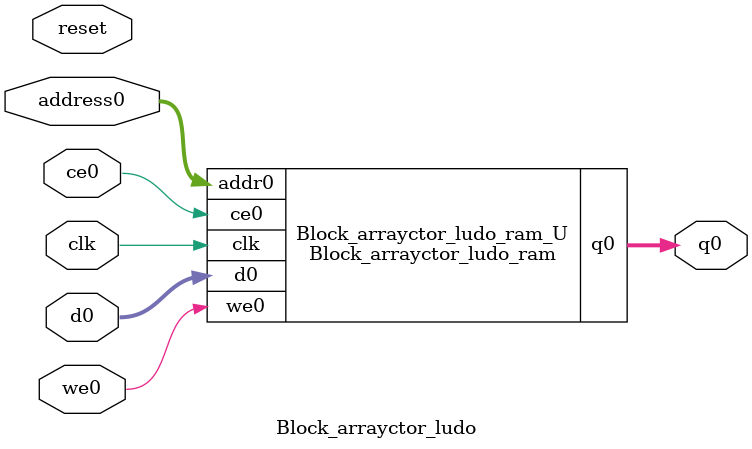
<source format=v>
`timescale 1 ns / 1 ps
module Block_arrayctor_ludo_ram (addr0, ce0, d0, we0, q0,  clk);

parameter DWIDTH = 5;
parameter AWIDTH = 8;
parameter MEM_SIZE = 162;

input[AWIDTH-1:0] addr0;
input ce0;
input[DWIDTH-1:0] d0;
input we0;
output reg[DWIDTH-1:0] q0;
input clk;

(* ram_style = "distributed" *)reg [DWIDTH-1:0] ram[0:MEM_SIZE-1];




always @(posedge clk)  
begin 
    if (ce0) begin
        if (we0) 
            ram[addr0] <= d0; 
        q0 <= ram[addr0];
    end
end


endmodule

`timescale 1 ns / 1 ps
module Block_arrayctor_ludo(
    reset,
    clk,
    address0,
    ce0,
    we0,
    d0,
    q0);

parameter DataWidth = 32'd5;
parameter AddressRange = 32'd162;
parameter AddressWidth = 32'd8;
input reset;
input clk;
input[AddressWidth - 1:0] address0;
input ce0;
input we0;
input[DataWidth - 1:0] d0;
output[DataWidth - 1:0] q0;



Block_arrayctor_ludo_ram Block_arrayctor_ludo_ram_U(
    .clk( clk ),
    .addr0( address0 ),
    .ce0( ce0 ),
    .we0( we0 ),
    .d0( d0 ),
    .q0( q0 ));

endmodule


</source>
